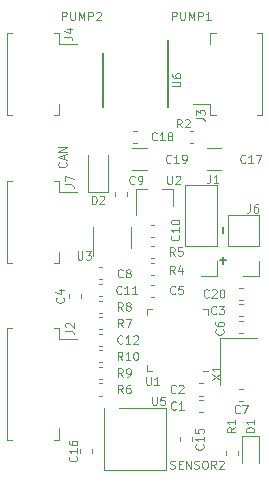
<source format=gto>
G04 #@! TF.GenerationSoftware,KiCad,Pcbnew,(5.1.4-0-10_14)*
G04 #@! TF.CreationDate,2020-03-01T16:52:25+01:00*
G04 #@! TF.ProjectId,actuator-board,61637475-6174-46f7-922d-626f6172642e,A.1*
G04 #@! TF.SameCoordinates,Original*
G04 #@! TF.FileFunction,Legend,Top*
G04 #@! TF.FilePolarity,Positive*
%FSLAX46Y46*%
G04 Gerber Fmt 4.6, Leading zero omitted, Abs format (unit mm)*
G04 Created by KiCad (PCBNEW (5.1.4-0-10_14)) date 2020-03-01 16:52:25*
%MOMM*%
%LPD*%
G04 APERTURE LIST*
%ADD10C,0.110000*%
%ADD11C,0.150000*%
%ADD12C,0.120000*%
G04 APERTURE END LIST*
D10*
X62004833Y-99383333D02*
X62104833Y-99416666D01*
X62271500Y-99416666D01*
X62338166Y-99383333D01*
X62371500Y-99350000D01*
X62404833Y-99283333D01*
X62404833Y-99216666D01*
X62371500Y-99150000D01*
X62338166Y-99116666D01*
X62271500Y-99083333D01*
X62138166Y-99050000D01*
X62071500Y-99016666D01*
X62038166Y-98983333D01*
X62004833Y-98916666D01*
X62004833Y-98850000D01*
X62038166Y-98783333D01*
X62071500Y-98750000D01*
X62138166Y-98716666D01*
X62304833Y-98716666D01*
X62404833Y-98750000D01*
X62704833Y-99050000D02*
X62938166Y-99050000D01*
X63038166Y-99416666D02*
X62704833Y-99416666D01*
X62704833Y-98716666D01*
X63038166Y-98716666D01*
X63338166Y-99416666D02*
X63338166Y-98716666D01*
X63738166Y-99416666D01*
X63738166Y-98716666D01*
X64038166Y-99383333D02*
X64138166Y-99416666D01*
X64304833Y-99416666D01*
X64371500Y-99383333D01*
X64404833Y-99350000D01*
X64438166Y-99283333D01*
X64438166Y-99216666D01*
X64404833Y-99150000D01*
X64371500Y-99116666D01*
X64304833Y-99083333D01*
X64171500Y-99050000D01*
X64104833Y-99016666D01*
X64071500Y-98983333D01*
X64038166Y-98916666D01*
X64038166Y-98850000D01*
X64071500Y-98783333D01*
X64104833Y-98750000D01*
X64171500Y-98716666D01*
X64338166Y-98716666D01*
X64438166Y-98750000D01*
X64871500Y-98716666D02*
X65004833Y-98716666D01*
X65071500Y-98750000D01*
X65138166Y-98816666D01*
X65171500Y-98950000D01*
X65171500Y-99183333D01*
X65138166Y-99316666D01*
X65071500Y-99383333D01*
X65004833Y-99416666D01*
X64871500Y-99416666D01*
X64804833Y-99383333D01*
X64738166Y-99316666D01*
X64704833Y-99183333D01*
X64704833Y-98950000D01*
X64738166Y-98816666D01*
X64804833Y-98750000D01*
X64871500Y-98716666D01*
X65871500Y-99416666D02*
X65638166Y-99083333D01*
X65471500Y-99416666D02*
X65471500Y-98716666D01*
X65738166Y-98716666D01*
X65804833Y-98750000D01*
X65838166Y-98783333D01*
X65871500Y-98850000D01*
X65871500Y-98950000D01*
X65838166Y-99016666D01*
X65804833Y-99050000D01*
X65738166Y-99083333D01*
X65471500Y-99083333D01*
X66138166Y-98783333D02*
X66171500Y-98750000D01*
X66238166Y-98716666D01*
X66404833Y-98716666D01*
X66471500Y-98750000D01*
X66504833Y-98783333D01*
X66538166Y-98850000D01*
X66538166Y-98916666D01*
X66504833Y-99016666D01*
X66104833Y-99416666D01*
X66538166Y-99416666D01*
X62138166Y-61416666D02*
X62138166Y-60716666D01*
X62404833Y-60716666D01*
X62471500Y-60750000D01*
X62504833Y-60783333D01*
X62538166Y-60850000D01*
X62538166Y-60950000D01*
X62504833Y-61016666D01*
X62471500Y-61050000D01*
X62404833Y-61083333D01*
X62138166Y-61083333D01*
X62838166Y-60716666D02*
X62838166Y-61283333D01*
X62871500Y-61350000D01*
X62904833Y-61383333D01*
X62971500Y-61416666D01*
X63104833Y-61416666D01*
X63171500Y-61383333D01*
X63204833Y-61350000D01*
X63238166Y-61283333D01*
X63238166Y-60716666D01*
X63571500Y-61416666D02*
X63571500Y-60716666D01*
X63804833Y-61216666D01*
X64038166Y-60716666D01*
X64038166Y-61416666D01*
X64371500Y-61416666D02*
X64371500Y-60716666D01*
X64638166Y-60716666D01*
X64704833Y-60750000D01*
X64738166Y-60783333D01*
X64771500Y-60850000D01*
X64771500Y-60950000D01*
X64738166Y-61016666D01*
X64704833Y-61050000D01*
X64638166Y-61083333D01*
X64371500Y-61083333D01*
X65438166Y-61416666D02*
X65038166Y-61416666D01*
X65238166Y-61416666D02*
X65238166Y-60716666D01*
X65171500Y-60816666D01*
X65104833Y-60883333D01*
X65038166Y-60916666D01*
X52838166Y-61416666D02*
X52838166Y-60716666D01*
X53104833Y-60716666D01*
X53171500Y-60750000D01*
X53204833Y-60783333D01*
X53238166Y-60850000D01*
X53238166Y-60950000D01*
X53204833Y-61016666D01*
X53171500Y-61050000D01*
X53104833Y-61083333D01*
X52838166Y-61083333D01*
X53538166Y-60716666D02*
X53538166Y-61283333D01*
X53571500Y-61350000D01*
X53604833Y-61383333D01*
X53671500Y-61416666D01*
X53804833Y-61416666D01*
X53871500Y-61383333D01*
X53904833Y-61350000D01*
X53938166Y-61283333D01*
X53938166Y-60716666D01*
X54271500Y-61416666D02*
X54271500Y-60716666D01*
X54504833Y-61216666D01*
X54738166Y-60716666D01*
X54738166Y-61416666D01*
X55071500Y-61416666D02*
X55071500Y-60716666D01*
X55338166Y-60716666D01*
X55404833Y-60750000D01*
X55438166Y-60783333D01*
X55471500Y-60850000D01*
X55471500Y-60950000D01*
X55438166Y-61016666D01*
X55404833Y-61050000D01*
X55338166Y-61083333D01*
X55071500Y-61083333D01*
X55738166Y-60783333D02*
X55771500Y-60750000D01*
X55838166Y-60716666D01*
X56004833Y-60716666D01*
X56071500Y-60750000D01*
X56104833Y-60783333D01*
X56138166Y-60850000D01*
X56138166Y-60916666D01*
X56104833Y-61016666D01*
X55704833Y-61416666D01*
X56138166Y-61416666D01*
X53150000Y-73461833D02*
X53183333Y-73495166D01*
X53216666Y-73595166D01*
X53216666Y-73661833D01*
X53183333Y-73761833D01*
X53116666Y-73828500D01*
X53050000Y-73861833D01*
X52916666Y-73895166D01*
X52816666Y-73895166D01*
X52683333Y-73861833D01*
X52616666Y-73828500D01*
X52550000Y-73761833D01*
X52516666Y-73661833D01*
X52516666Y-73595166D01*
X52550000Y-73495166D01*
X52583333Y-73461833D01*
X53016666Y-73195166D02*
X53016666Y-72861833D01*
X53216666Y-73261833D02*
X52516666Y-73028500D01*
X53216666Y-72795166D01*
X53216666Y-72561833D02*
X52516666Y-72561833D01*
X53216666Y-72161833D01*
X52516666Y-72161833D01*
D11*
X66450000Y-79435833D02*
X66450000Y-78902500D01*
X66450000Y-82035833D02*
X66450000Y-81502500D01*
X66716666Y-81769166D02*
X66183333Y-81769166D01*
D12*
X52160000Y-87465000D02*
X52610000Y-87465000D01*
X52610000Y-87465000D02*
X52610000Y-88415000D01*
X52610000Y-88415000D02*
X54100000Y-88415000D01*
X52160000Y-96935000D02*
X52610000Y-96935000D01*
X52610000Y-96935000D02*
X52610000Y-95985000D01*
X48640000Y-87465000D02*
X48190000Y-87465000D01*
X48190000Y-87465000D02*
X48190000Y-96935000D01*
X48190000Y-96935000D02*
X48640000Y-96935000D01*
X64762779Y-94610000D02*
X64437221Y-94610000D01*
X64762779Y-93590000D02*
X64437221Y-93590000D01*
X58360000Y-75987221D02*
X58360000Y-76312779D01*
X57340000Y-75987221D02*
X57340000Y-76312779D01*
X60662779Y-79810000D02*
X60337221Y-79810000D01*
X60662779Y-78790000D02*
X60337221Y-78790000D01*
X56262779Y-83790000D02*
X55937221Y-83790000D01*
X56262779Y-84810000D02*
X55937221Y-84810000D01*
X56262779Y-89010000D02*
X55937221Y-89010000D01*
X56262779Y-87990000D02*
X55937221Y-87990000D01*
X62790000Y-96737221D02*
X62790000Y-97062779D01*
X63810000Y-96737221D02*
X63810000Y-97062779D01*
X54390000Y-98075279D02*
X54390000Y-97749721D01*
X55410000Y-98075279D02*
X55410000Y-97749721D01*
X65097936Y-72290000D02*
X66302064Y-72290000D01*
X65097936Y-74110000D02*
X66302064Y-74110000D01*
X58837221Y-71810000D02*
X59162779Y-71810000D01*
X58837221Y-70790000D02*
X59162779Y-70790000D01*
X69530000Y-77930000D02*
X66870000Y-77930000D01*
X69530000Y-80530000D02*
X69530000Y-77930000D01*
X66870000Y-80530000D02*
X66870000Y-77930000D01*
X69530000Y-80530000D02*
X66870000Y-80530000D01*
X69530000Y-81800000D02*
X69530000Y-83130000D01*
X69530000Y-83130000D02*
X68200000Y-83130000D01*
X69535000Y-98900000D02*
X69535000Y-96615000D01*
X69535000Y-96615000D02*
X68065000Y-96615000D01*
X68065000Y-96615000D02*
X68065000Y-98900000D01*
X55000000Y-76000000D02*
X56700000Y-76000000D01*
X56700000Y-76000000D02*
X56700000Y-72850000D01*
X55000000Y-76000000D02*
X55000000Y-72850000D01*
X66690000Y-97937221D02*
X66690000Y-98262779D01*
X67710000Y-97937221D02*
X67710000Y-98262779D01*
X63637221Y-70790000D02*
X63962779Y-70790000D01*
X63637221Y-71810000D02*
X63962779Y-71810000D01*
X60662779Y-83010000D02*
X60337221Y-83010000D01*
X60662779Y-81990000D02*
X60337221Y-81990000D01*
X60662779Y-80540000D02*
X60337221Y-80540000D01*
X60662779Y-81560000D02*
X60337221Y-81560000D01*
X55937221Y-92190000D02*
X56262779Y-92190000D01*
X55937221Y-93210000D02*
X56262779Y-93210000D01*
X55937221Y-86590000D02*
X56262779Y-86590000D01*
X55937221Y-87610000D02*
X56262779Y-87610000D01*
X56262779Y-85190000D02*
X55937221Y-85190000D01*
X56262779Y-86210000D02*
X55937221Y-86210000D01*
X55937221Y-90790000D02*
X56262779Y-90790000D01*
X55937221Y-91810000D02*
X56262779Y-91810000D01*
X56262779Y-89390000D02*
X55937221Y-89390000D01*
X56262779Y-90410000D02*
X55937221Y-90410000D01*
X60465000Y-91110000D02*
X59990000Y-91110000D01*
X59990000Y-91110000D02*
X59990000Y-90635000D01*
X64735000Y-85890000D02*
X65210000Y-85890000D01*
X65210000Y-85890000D02*
X65210000Y-86365000D01*
X60465000Y-85890000D02*
X59990000Y-85890000D01*
X59990000Y-85890000D02*
X59990000Y-86365000D01*
X64735000Y-91110000D02*
X65210000Y-91110000D01*
X69375000Y-88300000D02*
X66225000Y-88300000D01*
X66225000Y-88300000D02*
X66225000Y-92300000D01*
X64762779Y-93210000D02*
X64437221Y-93210000D01*
X64762779Y-92190000D02*
X64437221Y-92190000D01*
X67837221Y-86510000D02*
X68162779Y-86510000D01*
X67837221Y-85490000D02*
X68162779Y-85490000D01*
X54410000Y-84962779D02*
X54410000Y-84637221D01*
X53390000Y-84962779D02*
X53390000Y-84637221D01*
X60337221Y-83815000D02*
X60662779Y-83815000D01*
X60337221Y-84835000D02*
X60662779Y-84835000D01*
X67812221Y-86890000D02*
X68137779Y-86890000D01*
X67812221Y-87910000D02*
X68137779Y-87910000D01*
X68137779Y-92690000D02*
X67812221Y-92690000D01*
X68137779Y-93710000D02*
X67812221Y-93710000D01*
X56262779Y-83360000D02*
X55937221Y-83360000D01*
X56262779Y-82340000D02*
X55937221Y-82340000D01*
X65840000Y-69485000D02*
X65390000Y-69485000D01*
X65390000Y-69485000D02*
X65390000Y-68535000D01*
X65390000Y-68535000D02*
X63900000Y-68535000D01*
X65840000Y-62515000D02*
X65390000Y-62515000D01*
X65390000Y-62515000D02*
X65390000Y-63465000D01*
X69360000Y-69485000D02*
X69810000Y-69485000D01*
X69810000Y-69485000D02*
X69810000Y-62515000D01*
X69810000Y-62515000D02*
X69360000Y-62515000D01*
X48190000Y-69485000D02*
X48640000Y-69485000D01*
X48190000Y-62515000D02*
X48190000Y-69485000D01*
X48640000Y-62515000D02*
X48190000Y-62515000D01*
X52610000Y-69485000D02*
X52610000Y-68535000D01*
X52160000Y-69485000D02*
X52610000Y-69485000D01*
X52610000Y-63465000D02*
X54100000Y-63465000D01*
X52610000Y-62515000D02*
X52610000Y-63465000D01*
X52160000Y-62515000D02*
X52610000Y-62515000D01*
X65930000Y-75390000D02*
X63270000Y-75390000D01*
X65930000Y-80530000D02*
X65930000Y-75390000D01*
X63270000Y-80530000D02*
X63270000Y-75390000D01*
X65930000Y-80530000D02*
X63270000Y-80530000D01*
X65930000Y-81800000D02*
X65930000Y-83130000D01*
X65930000Y-83130000D02*
X64600000Y-83130000D01*
X58797936Y-72290000D02*
X60002064Y-72290000D01*
X58797936Y-74110000D02*
X60002064Y-74110000D01*
X48190000Y-81985000D02*
X48640000Y-81985000D01*
X48190000Y-75015000D02*
X48190000Y-81985000D01*
X48640000Y-75015000D02*
X48190000Y-75015000D01*
X52610000Y-81985000D02*
X52610000Y-81035000D01*
X52160000Y-81985000D02*
X52610000Y-81985000D01*
X52610000Y-75965000D02*
X54100000Y-75965000D01*
X52610000Y-75015000D02*
X52610000Y-75965000D01*
X52160000Y-75015000D02*
X52610000Y-75015000D01*
X61600000Y-99500000D02*
X56400000Y-99500000D01*
X56400000Y-99500000D02*
X56400000Y-94300000D01*
X57700000Y-94300000D02*
X61600000Y-94300000D01*
X61600000Y-99500000D02*
X61600000Y-94300000D01*
X58710000Y-80750000D02*
X58710000Y-78950000D01*
X55490000Y-78950000D02*
X55490000Y-81400000D01*
X62230000Y-75740000D02*
X61300000Y-75740000D01*
X59070000Y-75740000D02*
X60000000Y-75740000D01*
X59070000Y-75740000D02*
X59070000Y-77900000D01*
X62230000Y-75740000D02*
X62230000Y-77200000D01*
X67837221Y-84090000D02*
X68162779Y-84090000D01*
X67837221Y-85110000D02*
X68162779Y-85110000D01*
D11*
X56275000Y-64250000D02*
X56275000Y-68750000D01*
X61825000Y-63125000D02*
X61825000Y-68750000D01*
D10*
X53116666Y-87733333D02*
X53616666Y-87733333D01*
X53716666Y-87766666D01*
X53783333Y-87833333D01*
X53816666Y-87933333D01*
X53816666Y-88000000D01*
X53183333Y-87433333D02*
X53150000Y-87400000D01*
X53116666Y-87333333D01*
X53116666Y-87166666D01*
X53150000Y-87100000D01*
X53183333Y-87066666D01*
X53250000Y-87033333D01*
X53316666Y-87033333D01*
X53416666Y-87066666D01*
X53816666Y-87466666D01*
X53816666Y-87033333D01*
X62483333Y-94350000D02*
X62450000Y-94383333D01*
X62350000Y-94416666D01*
X62283333Y-94416666D01*
X62183333Y-94383333D01*
X62116666Y-94316666D01*
X62083333Y-94250000D01*
X62050000Y-94116666D01*
X62050000Y-94016666D01*
X62083333Y-93883333D01*
X62116666Y-93816666D01*
X62183333Y-93750000D01*
X62283333Y-93716666D01*
X62350000Y-93716666D01*
X62450000Y-93750000D01*
X62483333Y-93783333D01*
X63150000Y-94416666D02*
X62750000Y-94416666D01*
X62950000Y-94416666D02*
X62950000Y-93716666D01*
X62883333Y-93816666D01*
X62816666Y-93883333D01*
X62750000Y-93916666D01*
X58983333Y-75250000D02*
X58950000Y-75283333D01*
X58850000Y-75316666D01*
X58783333Y-75316666D01*
X58683333Y-75283333D01*
X58616666Y-75216666D01*
X58583333Y-75150000D01*
X58550000Y-75016666D01*
X58550000Y-74916666D01*
X58583333Y-74783333D01*
X58616666Y-74716666D01*
X58683333Y-74650000D01*
X58783333Y-74616666D01*
X58850000Y-74616666D01*
X58950000Y-74650000D01*
X58983333Y-74683333D01*
X59316666Y-75316666D02*
X59450000Y-75316666D01*
X59516666Y-75283333D01*
X59550000Y-75250000D01*
X59616666Y-75150000D01*
X59650000Y-75016666D01*
X59650000Y-74750000D01*
X59616666Y-74683333D01*
X59583333Y-74650000D01*
X59516666Y-74616666D01*
X59383333Y-74616666D01*
X59316666Y-74650000D01*
X59283333Y-74683333D01*
X59250000Y-74750000D01*
X59250000Y-74916666D01*
X59283333Y-74983333D01*
X59316666Y-75016666D01*
X59383333Y-75050000D01*
X59516666Y-75050000D01*
X59583333Y-75016666D01*
X59616666Y-74983333D01*
X59650000Y-74916666D01*
X62700000Y-79650000D02*
X62733333Y-79683333D01*
X62766666Y-79783333D01*
X62766666Y-79850000D01*
X62733333Y-79950000D01*
X62666666Y-80016666D01*
X62600000Y-80050000D01*
X62466666Y-80083333D01*
X62366666Y-80083333D01*
X62233333Y-80050000D01*
X62166666Y-80016666D01*
X62100000Y-79950000D01*
X62066666Y-79850000D01*
X62066666Y-79783333D01*
X62100000Y-79683333D01*
X62133333Y-79650000D01*
X62766666Y-78983333D02*
X62766666Y-79383333D01*
X62766666Y-79183333D02*
X62066666Y-79183333D01*
X62166666Y-79250000D01*
X62233333Y-79316666D01*
X62266666Y-79383333D01*
X62066666Y-78550000D02*
X62066666Y-78483333D01*
X62100000Y-78416666D01*
X62133333Y-78383333D01*
X62200000Y-78350000D01*
X62333333Y-78316666D01*
X62500000Y-78316666D01*
X62633333Y-78350000D01*
X62700000Y-78383333D01*
X62733333Y-78416666D01*
X62766666Y-78483333D01*
X62766666Y-78550000D01*
X62733333Y-78616666D01*
X62700000Y-78650000D01*
X62633333Y-78683333D01*
X62500000Y-78716666D01*
X62333333Y-78716666D01*
X62200000Y-78683333D01*
X62133333Y-78650000D01*
X62100000Y-78616666D01*
X62066666Y-78550000D01*
X57850000Y-84550000D02*
X57816666Y-84583333D01*
X57716666Y-84616666D01*
X57650000Y-84616666D01*
X57550000Y-84583333D01*
X57483333Y-84516666D01*
X57450000Y-84450000D01*
X57416666Y-84316666D01*
X57416666Y-84216666D01*
X57450000Y-84083333D01*
X57483333Y-84016666D01*
X57550000Y-83950000D01*
X57650000Y-83916666D01*
X57716666Y-83916666D01*
X57816666Y-83950000D01*
X57850000Y-83983333D01*
X58516666Y-84616666D02*
X58116666Y-84616666D01*
X58316666Y-84616666D02*
X58316666Y-83916666D01*
X58250000Y-84016666D01*
X58183333Y-84083333D01*
X58116666Y-84116666D01*
X59183333Y-84616666D02*
X58783333Y-84616666D01*
X58983333Y-84616666D02*
X58983333Y-83916666D01*
X58916666Y-84016666D01*
X58850000Y-84083333D01*
X58783333Y-84116666D01*
X57950000Y-88750000D02*
X57916666Y-88783333D01*
X57816666Y-88816666D01*
X57750000Y-88816666D01*
X57650000Y-88783333D01*
X57583333Y-88716666D01*
X57550000Y-88650000D01*
X57516666Y-88516666D01*
X57516666Y-88416666D01*
X57550000Y-88283333D01*
X57583333Y-88216666D01*
X57650000Y-88150000D01*
X57750000Y-88116666D01*
X57816666Y-88116666D01*
X57916666Y-88150000D01*
X57950000Y-88183333D01*
X58616666Y-88816666D02*
X58216666Y-88816666D01*
X58416666Y-88816666D02*
X58416666Y-88116666D01*
X58350000Y-88216666D01*
X58283333Y-88283333D01*
X58216666Y-88316666D01*
X58883333Y-88183333D02*
X58916666Y-88150000D01*
X58983333Y-88116666D01*
X59150000Y-88116666D01*
X59216666Y-88150000D01*
X59250000Y-88183333D01*
X59283333Y-88250000D01*
X59283333Y-88316666D01*
X59250000Y-88416666D01*
X58850000Y-88816666D01*
X59283333Y-88816666D01*
X64750000Y-97350000D02*
X64783333Y-97383333D01*
X64816666Y-97483333D01*
X64816666Y-97550000D01*
X64783333Y-97650000D01*
X64716666Y-97716666D01*
X64650000Y-97750000D01*
X64516666Y-97783333D01*
X64416666Y-97783333D01*
X64283333Y-97750000D01*
X64216666Y-97716666D01*
X64150000Y-97650000D01*
X64116666Y-97550000D01*
X64116666Y-97483333D01*
X64150000Y-97383333D01*
X64183333Y-97350000D01*
X64816666Y-96683333D02*
X64816666Y-97083333D01*
X64816666Y-96883333D02*
X64116666Y-96883333D01*
X64216666Y-96950000D01*
X64283333Y-97016666D01*
X64316666Y-97083333D01*
X64116666Y-96050000D02*
X64116666Y-96383333D01*
X64450000Y-96416666D01*
X64416666Y-96383333D01*
X64383333Y-96316666D01*
X64383333Y-96150000D01*
X64416666Y-96083333D01*
X64450000Y-96050000D01*
X64516666Y-96016666D01*
X64683333Y-96016666D01*
X64750000Y-96050000D01*
X64783333Y-96083333D01*
X64816666Y-96150000D01*
X64816666Y-96316666D01*
X64783333Y-96383333D01*
X64750000Y-96416666D01*
X54050000Y-98362500D02*
X54083333Y-98395833D01*
X54116666Y-98495833D01*
X54116666Y-98562500D01*
X54083333Y-98662500D01*
X54016666Y-98729166D01*
X53950000Y-98762500D01*
X53816666Y-98795833D01*
X53716666Y-98795833D01*
X53583333Y-98762500D01*
X53516666Y-98729166D01*
X53450000Y-98662500D01*
X53416666Y-98562500D01*
X53416666Y-98495833D01*
X53450000Y-98395833D01*
X53483333Y-98362500D01*
X54116666Y-97695833D02*
X54116666Y-98095833D01*
X54116666Y-97895833D02*
X53416666Y-97895833D01*
X53516666Y-97962500D01*
X53583333Y-98029166D01*
X53616666Y-98095833D01*
X53416666Y-97095833D02*
X53416666Y-97229166D01*
X53450000Y-97295833D01*
X53483333Y-97329166D01*
X53583333Y-97395833D01*
X53716666Y-97429166D01*
X53983333Y-97429166D01*
X54050000Y-97395833D01*
X54083333Y-97362500D01*
X54116666Y-97295833D01*
X54116666Y-97162500D01*
X54083333Y-97095833D01*
X54050000Y-97062500D01*
X53983333Y-97029166D01*
X53816666Y-97029166D01*
X53750000Y-97062500D01*
X53716666Y-97095833D01*
X53683333Y-97162500D01*
X53683333Y-97295833D01*
X53716666Y-97362500D01*
X53750000Y-97395833D01*
X53816666Y-97429166D01*
X68350000Y-73450000D02*
X68316666Y-73483333D01*
X68216666Y-73516666D01*
X68150000Y-73516666D01*
X68050000Y-73483333D01*
X67983333Y-73416666D01*
X67950000Y-73350000D01*
X67916666Y-73216666D01*
X67916666Y-73116666D01*
X67950000Y-72983333D01*
X67983333Y-72916666D01*
X68050000Y-72850000D01*
X68150000Y-72816666D01*
X68216666Y-72816666D01*
X68316666Y-72850000D01*
X68350000Y-72883333D01*
X69016666Y-73516666D02*
X68616666Y-73516666D01*
X68816666Y-73516666D02*
X68816666Y-72816666D01*
X68750000Y-72916666D01*
X68683333Y-72983333D01*
X68616666Y-73016666D01*
X69250000Y-72816666D02*
X69716666Y-72816666D01*
X69416666Y-73516666D01*
X60850000Y-71550000D02*
X60816666Y-71583333D01*
X60716666Y-71616666D01*
X60650000Y-71616666D01*
X60550000Y-71583333D01*
X60483333Y-71516666D01*
X60450000Y-71450000D01*
X60416666Y-71316666D01*
X60416666Y-71216666D01*
X60450000Y-71083333D01*
X60483333Y-71016666D01*
X60550000Y-70950000D01*
X60650000Y-70916666D01*
X60716666Y-70916666D01*
X60816666Y-70950000D01*
X60850000Y-70983333D01*
X61516666Y-71616666D02*
X61116666Y-71616666D01*
X61316666Y-71616666D02*
X61316666Y-70916666D01*
X61250000Y-71016666D01*
X61183333Y-71083333D01*
X61116666Y-71116666D01*
X61916666Y-71216666D02*
X61850000Y-71183333D01*
X61816666Y-71150000D01*
X61783333Y-71083333D01*
X61783333Y-71050000D01*
X61816666Y-70983333D01*
X61850000Y-70950000D01*
X61916666Y-70916666D01*
X62050000Y-70916666D01*
X62116666Y-70950000D01*
X62150000Y-70983333D01*
X62183333Y-71050000D01*
X62183333Y-71083333D01*
X62150000Y-71150000D01*
X62116666Y-71183333D01*
X62050000Y-71216666D01*
X61916666Y-71216666D01*
X61850000Y-71250000D01*
X61816666Y-71283333D01*
X61783333Y-71350000D01*
X61783333Y-71483333D01*
X61816666Y-71550000D01*
X61850000Y-71583333D01*
X61916666Y-71616666D01*
X62050000Y-71616666D01*
X62116666Y-71583333D01*
X62150000Y-71550000D01*
X62183333Y-71483333D01*
X62183333Y-71350000D01*
X62150000Y-71283333D01*
X62116666Y-71250000D01*
X62050000Y-71216666D01*
X68766666Y-77016666D02*
X68766666Y-77516666D01*
X68733333Y-77616666D01*
X68666666Y-77683333D01*
X68566666Y-77716666D01*
X68500000Y-77716666D01*
X69400000Y-77016666D02*
X69266666Y-77016666D01*
X69200000Y-77050000D01*
X69166666Y-77083333D01*
X69100000Y-77183333D01*
X69066666Y-77316666D01*
X69066666Y-77583333D01*
X69100000Y-77650000D01*
X69133333Y-77683333D01*
X69200000Y-77716666D01*
X69333333Y-77716666D01*
X69400000Y-77683333D01*
X69433333Y-77650000D01*
X69466666Y-77583333D01*
X69466666Y-77416666D01*
X69433333Y-77350000D01*
X69400000Y-77316666D01*
X69333333Y-77283333D01*
X69200000Y-77283333D01*
X69133333Y-77316666D01*
X69100000Y-77350000D01*
X69066666Y-77416666D01*
X69116666Y-96316666D02*
X68416666Y-96316666D01*
X68416666Y-96150000D01*
X68450000Y-96050000D01*
X68516666Y-95983333D01*
X68583333Y-95950000D01*
X68716666Y-95916666D01*
X68816666Y-95916666D01*
X68950000Y-95950000D01*
X69016666Y-95983333D01*
X69083333Y-96050000D01*
X69116666Y-96150000D01*
X69116666Y-96316666D01*
X69116666Y-95250000D02*
X69116666Y-95650000D01*
X69116666Y-95450000D02*
X68416666Y-95450000D01*
X68516666Y-95516666D01*
X68583333Y-95583333D01*
X68616666Y-95650000D01*
X55358333Y-76991666D02*
X55358333Y-76291666D01*
X55525000Y-76291666D01*
X55625000Y-76325000D01*
X55691666Y-76391666D01*
X55725000Y-76458333D01*
X55758333Y-76591666D01*
X55758333Y-76691666D01*
X55725000Y-76825000D01*
X55691666Y-76891666D01*
X55625000Y-76958333D01*
X55525000Y-76991666D01*
X55358333Y-76991666D01*
X56025000Y-76358333D02*
X56058333Y-76325000D01*
X56125000Y-76291666D01*
X56291666Y-76291666D01*
X56358333Y-76325000D01*
X56391666Y-76358333D01*
X56425000Y-76425000D01*
X56425000Y-76491666D01*
X56391666Y-76591666D01*
X55991666Y-76991666D01*
X56425000Y-76991666D01*
X67516666Y-95916666D02*
X67183333Y-96150000D01*
X67516666Y-96316666D02*
X66816666Y-96316666D01*
X66816666Y-96050000D01*
X66850000Y-95983333D01*
X66883333Y-95950000D01*
X66950000Y-95916666D01*
X67050000Y-95916666D01*
X67116666Y-95950000D01*
X67150000Y-95983333D01*
X67183333Y-96050000D01*
X67183333Y-96316666D01*
X67516666Y-95250000D02*
X67516666Y-95650000D01*
X67516666Y-95450000D02*
X66816666Y-95450000D01*
X66916666Y-95516666D01*
X66983333Y-95583333D01*
X67016666Y-95650000D01*
X62983333Y-70516666D02*
X62750000Y-70183333D01*
X62583333Y-70516666D02*
X62583333Y-69816666D01*
X62850000Y-69816666D01*
X62916666Y-69850000D01*
X62950000Y-69883333D01*
X62983333Y-69950000D01*
X62983333Y-70050000D01*
X62950000Y-70116666D01*
X62916666Y-70150000D01*
X62850000Y-70183333D01*
X62583333Y-70183333D01*
X63250000Y-69883333D02*
X63283333Y-69850000D01*
X63350000Y-69816666D01*
X63516666Y-69816666D01*
X63583333Y-69850000D01*
X63616666Y-69883333D01*
X63650000Y-69950000D01*
X63650000Y-70016666D01*
X63616666Y-70116666D01*
X63216666Y-70516666D01*
X63650000Y-70516666D01*
X62383333Y-82916666D02*
X62150000Y-82583333D01*
X61983333Y-82916666D02*
X61983333Y-82216666D01*
X62250000Y-82216666D01*
X62316666Y-82250000D01*
X62350000Y-82283333D01*
X62383333Y-82350000D01*
X62383333Y-82450000D01*
X62350000Y-82516666D01*
X62316666Y-82550000D01*
X62250000Y-82583333D01*
X61983333Y-82583333D01*
X62983333Y-82450000D02*
X62983333Y-82916666D01*
X62816666Y-82183333D02*
X62650000Y-82683333D01*
X63083333Y-82683333D01*
X62383333Y-81366666D02*
X62150000Y-81033333D01*
X61983333Y-81366666D02*
X61983333Y-80666666D01*
X62250000Y-80666666D01*
X62316666Y-80700000D01*
X62350000Y-80733333D01*
X62383333Y-80800000D01*
X62383333Y-80900000D01*
X62350000Y-80966666D01*
X62316666Y-81000000D01*
X62250000Y-81033333D01*
X61983333Y-81033333D01*
X63016666Y-80666666D02*
X62683333Y-80666666D01*
X62650000Y-81000000D01*
X62683333Y-80966666D01*
X62750000Y-80933333D01*
X62916666Y-80933333D01*
X62983333Y-80966666D01*
X63016666Y-81000000D01*
X63050000Y-81066666D01*
X63050000Y-81233333D01*
X63016666Y-81300000D01*
X62983333Y-81333333D01*
X62916666Y-81366666D01*
X62750000Y-81366666D01*
X62683333Y-81333333D01*
X62650000Y-81300000D01*
X57983333Y-93016666D02*
X57750000Y-92683333D01*
X57583333Y-93016666D02*
X57583333Y-92316666D01*
X57850000Y-92316666D01*
X57916666Y-92350000D01*
X57950000Y-92383333D01*
X57983333Y-92450000D01*
X57983333Y-92550000D01*
X57950000Y-92616666D01*
X57916666Y-92650000D01*
X57850000Y-92683333D01*
X57583333Y-92683333D01*
X58583333Y-92316666D02*
X58450000Y-92316666D01*
X58383333Y-92350000D01*
X58350000Y-92383333D01*
X58283333Y-92483333D01*
X58250000Y-92616666D01*
X58250000Y-92883333D01*
X58283333Y-92950000D01*
X58316666Y-92983333D01*
X58383333Y-93016666D01*
X58516666Y-93016666D01*
X58583333Y-92983333D01*
X58616666Y-92950000D01*
X58650000Y-92883333D01*
X58650000Y-92716666D01*
X58616666Y-92650000D01*
X58583333Y-92616666D01*
X58516666Y-92583333D01*
X58383333Y-92583333D01*
X58316666Y-92616666D01*
X58283333Y-92650000D01*
X58250000Y-92716666D01*
X57983333Y-87416666D02*
X57750000Y-87083333D01*
X57583333Y-87416666D02*
X57583333Y-86716666D01*
X57850000Y-86716666D01*
X57916666Y-86750000D01*
X57950000Y-86783333D01*
X57983333Y-86850000D01*
X57983333Y-86950000D01*
X57950000Y-87016666D01*
X57916666Y-87050000D01*
X57850000Y-87083333D01*
X57583333Y-87083333D01*
X58216666Y-86716666D02*
X58683333Y-86716666D01*
X58383333Y-87416666D01*
X57983333Y-86016666D02*
X57750000Y-85683333D01*
X57583333Y-86016666D02*
X57583333Y-85316666D01*
X57850000Y-85316666D01*
X57916666Y-85350000D01*
X57950000Y-85383333D01*
X57983333Y-85450000D01*
X57983333Y-85550000D01*
X57950000Y-85616666D01*
X57916666Y-85650000D01*
X57850000Y-85683333D01*
X57583333Y-85683333D01*
X58383333Y-85616666D02*
X58316666Y-85583333D01*
X58283333Y-85550000D01*
X58250000Y-85483333D01*
X58250000Y-85450000D01*
X58283333Y-85383333D01*
X58316666Y-85350000D01*
X58383333Y-85316666D01*
X58516666Y-85316666D01*
X58583333Y-85350000D01*
X58616666Y-85383333D01*
X58650000Y-85450000D01*
X58650000Y-85483333D01*
X58616666Y-85550000D01*
X58583333Y-85583333D01*
X58516666Y-85616666D01*
X58383333Y-85616666D01*
X58316666Y-85650000D01*
X58283333Y-85683333D01*
X58250000Y-85750000D01*
X58250000Y-85883333D01*
X58283333Y-85950000D01*
X58316666Y-85983333D01*
X58383333Y-86016666D01*
X58516666Y-86016666D01*
X58583333Y-85983333D01*
X58616666Y-85950000D01*
X58650000Y-85883333D01*
X58650000Y-85750000D01*
X58616666Y-85683333D01*
X58583333Y-85650000D01*
X58516666Y-85616666D01*
X57983333Y-91616666D02*
X57750000Y-91283333D01*
X57583333Y-91616666D02*
X57583333Y-90916666D01*
X57850000Y-90916666D01*
X57916666Y-90950000D01*
X57950000Y-90983333D01*
X57983333Y-91050000D01*
X57983333Y-91150000D01*
X57950000Y-91216666D01*
X57916666Y-91250000D01*
X57850000Y-91283333D01*
X57583333Y-91283333D01*
X58316666Y-91616666D02*
X58450000Y-91616666D01*
X58516666Y-91583333D01*
X58550000Y-91550000D01*
X58616666Y-91450000D01*
X58650000Y-91316666D01*
X58650000Y-91050000D01*
X58616666Y-90983333D01*
X58583333Y-90950000D01*
X58516666Y-90916666D01*
X58383333Y-90916666D01*
X58316666Y-90950000D01*
X58283333Y-90983333D01*
X58250000Y-91050000D01*
X58250000Y-91216666D01*
X58283333Y-91283333D01*
X58316666Y-91316666D01*
X58383333Y-91350000D01*
X58516666Y-91350000D01*
X58583333Y-91316666D01*
X58616666Y-91283333D01*
X58650000Y-91216666D01*
X57950000Y-90216666D02*
X57716666Y-89883333D01*
X57550000Y-90216666D02*
X57550000Y-89516666D01*
X57816666Y-89516666D01*
X57883333Y-89550000D01*
X57916666Y-89583333D01*
X57950000Y-89650000D01*
X57950000Y-89750000D01*
X57916666Y-89816666D01*
X57883333Y-89850000D01*
X57816666Y-89883333D01*
X57550000Y-89883333D01*
X58616666Y-90216666D02*
X58216666Y-90216666D01*
X58416666Y-90216666D02*
X58416666Y-89516666D01*
X58350000Y-89616666D01*
X58283333Y-89683333D01*
X58216666Y-89716666D01*
X59050000Y-89516666D02*
X59116666Y-89516666D01*
X59183333Y-89550000D01*
X59216666Y-89583333D01*
X59250000Y-89650000D01*
X59283333Y-89783333D01*
X59283333Y-89950000D01*
X59250000Y-90083333D01*
X59216666Y-90150000D01*
X59183333Y-90183333D01*
X59116666Y-90216666D01*
X59050000Y-90216666D01*
X58983333Y-90183333D01*
X58950000Y-90150000D01*
X58916666Y-90083333D01*
X58883333Y-89950000D01*
X58883333Y-89783333D01*
X58916666Y-89650000D01*
X58950000Y-89583333D01*
X58983333Y-89550000D01*
X59050000Y-89516666D01*
X59966666Y-91616666D02*
X59966666Y-92183333D01*
X60000000Y-92250000D01*
X60033333Y-92283333D01*
X60100000Y-92316666D01*
X60233333Y-92316666D01*
X60300000Y-92283333D01*
X60333333Y-92250000D01*
X60366666Y-92183333D01*
X60366666Y-91616666D01*
X61066666Y-92316666D02*
X60666666Y-92316666D01*
X60866666Y-92316666D02*
X60866666Y-91616666D01*
X60800000Y-91716666D01*
X60733333Y-91783333D01*
X60666666Y-91816666D01*
X65516666Y-91866666D02*
X66216666Y-91400000D01*
X65516666Y-91400000D02*
X66216666Y-91866666D01*
X66216666Y-90766666D02*
X66216666Y-91166666D01*
X66216666Y-90966666D02*
X65516666Y-90966666D01*
X65616666Y-91033333D01*
X65683333Y-91100000D01*
X65716666Y-91166666D01*
X62458333Y-92950000D02*
X62425000Y-92983333D01*
X62325000Y-93016666D01*
X62258333Y-93016666D01*
X62158333Y-92983333D01*
X62091666Y-92916666D01*
X62058333Y-92850000D01*
X62025000Y-92716666D01*
X62025000Y-92616666D01*
X62058333Y-92483333D01*
X62091666Y-92416666D01*
X62158333Y-92350000D01*
X62258333Y-92316666D01*
X62325000Y-92316666D01*
X62425000Y-92350000D01*
X62458333Y-92383333D01*
X62725000Y-92383333D02*
X62758333Y-92350000D01*
X62825000Y-92316666D01*
X62991666Y-92316666D01*
X63058333Y-92350000D01*
X63091666Y-92383333D01*
X63125000Y-92450000D01*
X63125000Y-92516666D01*
X63091666Y-92616666D01*
X62691666Y-93016666D01*
X63125000Y-93016666D01*
X65883333Y-86250000D02*
X65850000Y-86283333D01*
X65750000Y-86316666D01*
X65683333Y-86316666D01*
X65583333Y-86283333D01*
X65516666Y-86216666D01*
X65483333Y-86150000D01*
X65450000Y-86016666D01*
X65450000Y-85916666D01*
X65483333Y-85783333D01*
X65516666Y-85716666D01*
X65583333Y-85650000D01*
X65683333Y-85616666D01*
X65750000Y-85616666D01*
X65850000Y-85650000D01*
X65883333Y-85683333D01*
X66116666Y-85616666D02*
X66550000Y-85616666D01*
X66316666Y-85883333D01*
X66416666Y-85883333D01*
X66483333Y-85916666D01*
X66516666Y-85950000D01*
X66550000Y-86016666D01*
X66550000Y-86183333D01*
X66516666Y-86250000D01*
X66483333Y-86283333D01*
X66416666Y-86316666D01*
X66216666Y-86316666D01*
X66150000Y-86283333D01*
X66116666Y-86250000D01*
X52950000Y-84916666D02*
X52983333Y-84950000D01*
X53016666Y-85050000D01*
X53016666Y-85116666D01*
X52983333Y-85216666D01*
X52916666Y-85283333D01*
X52850000Y-85316666D01*
X52716666Y-85350000D01*
X52616666Y-85350000D01*
X52483333Y-85316666D01*
X52416666Y-85283333D01*
X52350000Y-85216666D01*
X52316666Y-85116666D01*
X52316666Y-85050000D01*
X52350000Y-84950000D01*
X52383333Y-84916666D01*
X52550000Y-84316666D02*
X53016666Y-84316666D01*
X52283333Y-84483333D02*
X52783333Y-84650000D01*
X52783333Y-84216666D01*
X62408333Y-84550000D02*
X62375000Y-84583333D01*
X62275000Y-84616666D01*
X62208333Y-84616666D01*
X62108333Y-84583333D01*
X62041666Y-84516666D01*
X62008333Y-84450000D01*
X61975000Y-84316666D01*
X61975000Y-84216666D01*
X62008333Y-84083333D01*
X62041666Y-84016666D01*
X62108333Y-83950000D01*
X62208333Y-83916666D01*
X62275000Y-83916666D01*
X62375000Y-83950000D01*
X62408333Y-83983333D01*
X63041666Y-83916666D02*
X62708333Y-83916666D01*
X62675000Y-84250000D01*
X62708333Y-84216666D01*
X62775000Y-84183333D01*
X62941666Y-84183333D01*
X63008333Y-84216666D01*
X63041666Y-84250000D01*
X63075000Y-84316666D01*
X63075000Y-84483333D01*
X63041666Y-84550000D01*
X63008333Y-84583333D01*
X62941666Y-84616666D01*
X62775000Y-84616666D01*
X62708333Y-84583333D01*
X62675000Y-84550000D01*
X66450000Y-87616666D02*
X66483333Y-87650000D01*
X66516666Y-87750000D01*
X66516666Y-87816666D01*
X66483333Y-87916666D01*
X66416666Y-87983333D01*
X66350000Y-88016666D01*
X66216666Y-88050000D01*
X66116666Y-88050000D01*
X65983333Y-88016666D01*
X65916666Y-87983333D01*
X65850000Y-87916666D01*
X65816666Y-87816666D01*
X65816666Y-87750000D01*
X65850000Y-87650000D01*
X65883333Y-87616666D01*
X65816666Y-87016666D02*
X65816666Y-87150000D01*
X65850000Y-87216666D01*
X65883333Y-87250000D01*
X65983333Y-87316666D01*
X66116666Y-87350000D01*
X66383333Y-87350000D01*
X66450000Y-87316666D01*
X66483333Y-87283333D01*
X66516666Y-87216666D01*
X66516666Y-87083333D01*
X66483333Y-87016666D01*
X66450000Y-86983333D01*
X66383333Y-86950000D01*
X66216666Y-86950000D01*
X66150000Y-86983333D01*
X66116666Y-87016666D01*
X66083333Y-87083333D01*
X66083333Y-87216666D01*
X66116666Y-87283333D01*
X66150000Y-87316666D01*
X66216666Y-87350000D01*
X67883333Y-94650000D02*
X67850000Y-94683333D01*
X67750000Y-94716666D01*
X67683333Y-94716666D01*
X67583333Y-94683333D01*
X67516666Y-94616666D01*
X67483333Y-94550000D01*
X67450000Y-94416666D01*
X67450000Y-94316666D01*
X67483333Y-94183333D01*
X67516666Y-94116666D01*
X67583333Y-94050000D01*
X67683333Y-94016666D01*
X67750000Y-94016666D01*
X67850000Y-94050000D01*
X67883333Y-94083333D01*
X68116666Y-94016666D02*
X68583333Y-94016666D01*
X68283333Y-94716666D01*
X57983333Y-83150000D02*
X57950000Y-83183333D01*
X57850000Y-83216666D01*
X57783333Y-83216666D01*
X57683333Y-83183333D01*
X57616666Y-83116666D01*
X57583333Y-83050000D01*
X57550000Y-82916666D01*
X57550000Y-82816666D01*
X57583333Y-82683333D01*
X57616666Y-82616666D01*
X57683333Y-82550000D01*
X57783333Y-82516666D01*
X57850000Y-82516666D01*
X57950000Y-82550000D01*
X57983333Y-82583333D01*
X58383333Y-82816666D02*
X58316666Y-82783333D01*
X58283333Y-82750000D01*
X58250000Y-82683333D01*
X58250000Y-82650000D01*
X58283333Y-82583333D01*
X58316666Y-82550000D01*
X58383333Y-82516666D01*
X58516666Y-82516666D01*
X58583333Y-82550000D01*
X58616666Y-82583333D01*
X58650000Y-82650000D01*
X58650000Y-82683333D01*
X58616666Y-82750000D01*
X58583333Y-82783333D01*
X58516666Y-82816666D01*
X58383333Y-82816666D01*
X58316666Y-82850000D01*
X58283333Y-82883333D01*
X58250000Y-82950000D01*
X58250000Y-83083333D01*
X58283333Y-83150000D01*
X58316666Y-83183333D01*
X58383333Y-83216666D01*
X58516666Y-83216666D01*
X58583333Y-83183333D01*
X58616666Y-83150000D01*
X58650000Y-83083333D01*
X58650000Y-82950000D01*
X58616666Y-82883333D01*
X58583333Y-82850000D01*
X58516666Y-82816666D01*
X64216666Y-69733333D02*
X64716666Y-69733333D01*
X64816666Y-69766666D01*
X64883333Y-69833333D01*
X64916666Y-69933333D01*
X64916666Y-70000000D01*
X64216666Y-69466666D02*
X64216666Y-69033333D01*
X64483333Y-69266666D01*
X64483333Y-69166666D01*
X64516666Y-69100000D01*
X64550000Y-69066666D01*
X64616666Y-69033333D01*
X64783333Y-69033333D01*
X64850000Y-69066666D01*
X64883333Y-69100000D01*
X64916666Y-69166666D01*
X64916666Y-69366666D01*
X64883333Y-69433333D01*
X64850000Y-69466666D01*
X53016666Y-62833333D02*
X53516666Y-62833333D01*
X53616666Y-62866666D01*
X53683333Y-62933333D01*
X53716666Y-63033333D01*
X53716666Y-63100000D01*
X53250000Y-62200000D02*
X53716666Y-62200000D01*
X52983333Y-62366666D02*
X53483333Y-62533333D01*
X53483333Y-62100000D01*
X65366666Y-74516666D02*
X65366666Y-75016666D01*
X65333333Y-75116666D01*
X65266666Y-75183333D01*
X65166666Y-75216666D01*
X65100000Y-75216666D01*
X66066666Y-75216666D02*
X65666666Y-75216666D01*
X65866666Y-75216666D02*
X65866666Y-74516666D01*
X65800000Y-74616666D01*
X65733333Y-74683333D01*
X65666666Y-74716666D01*
X62050000Y-73450000D02*
X62016666Y-73483333D01*
X61916666Y-73516666D01*
X61850000Y-73516666D01*
X61750000Y-73483333D01*
X61683333Y-73416666D01*
X61650000Y-73350000D01*
X61616666Y-73216666D01*
X61616666Y-73116666D01*
X61650000Y-72983333D01*
X61683333Y-72916666D01*
X61750000Y-72850000D01*
X61850000Y-72816666D01*
X61916666Y-72816666D01*
X62016666Y-72850000D01*
X62050000Y-72883333D01*
X62716666Y-73516666D02*
X62316666Y-73516666D01*
X62516666Y-73516666D02*
X62516666Y-72816666D01*
X62450000Y-72916666D01*
X62383333Y-72983333D01*
X62316666Y-73016666D01*
X63050000Y-73516666D02*
X63183333Y-73516666D01*
X63250000Y-73483333D01*
X63283333Y-73450000D01*
X63350000Y-73350000D01*
X63383333Y-73216666D01*
X63383333Y-72950000D01*
X63350000Y-72883333D01*
X63316666Y-72850000D01*
X63250000Y-72816666D01*
X63116666Y-72816666D01*
X63050000Y-72850000D01*
X63016666Y-72883333D01*
X62983333Y-72950000D01*
X62983333Y-73116666D01*
X63016666Y-73183333D01*
X63050000Y-73216666D01*
X63116666Y-73250000D01*
X63250000Y-73250000D01*
X63316666Y-73216666D01*
X63350000Y-73183333D01*
X63383333Y-73116666D01*
X53116666Y-75333333D02*
X53616666Y-75333333D01*
X53716666Y-75366666D01*
X53783333Y-75433333D01*
X53816666Y-75533333D01*
X53816666Y-75600000D01*
X53116666Y-75066666D02*
X53116666Y-74600000D01*
X53816666Y-74900000D01*
X60466666Y-93316666D02*
X60466666Y-93883333D01*
X60500000Y-93950000D01*
X60533333Y-93983333D01*
X60600000Y-94016666D01*
X60733333Y-94016666D01*
X60800000Y-93983333D01*
X60833333Y-93950000D01*
X60866666Y-93883333D01*
X60866666Y-93316666D01*
X61533333Y-93316666D02*
X61200000Y-93316666D01*
X61166666Y-93650000D01*
X61200000Y-93616666D01*
X61266666Y-93583333D01*
X61433333Y-93583333D01*
X61500000Y-93616666D01*
X61533333Y-93650000D01*
X61566666Y-93716666D01*
X61566666Y-93883333D01*
X61533333Y-93950000D01*
X61500000Y-93983333D01*
X61433333Y-94016666D01*
X61266666Y-94016666D01*
X61200000Y-93983333D01*
X61166666Y-93950000D01*
X54166666Y-81016666D02*
X54166666Y-81583333D01*
X54200000Y-81650000D01*
X54233333Y-81683333D01*
X54300000Y-81716666D01*
X54433333Y-81716666D01*
X54500000Y-81683333D01*
X54533333Y-81650000D01*
X54566666Y-81583333D01*
X54566666Y-81016666D01*
X54833333Y-81016666D02*
X55266666Y-81016666D01*
X55033333Y-81283333D01*
X55133333Y-81283333D01*
X55200000Y-81316666D01*
X55233333Y-81350000D01*
X55266666Y-81416666D01*
X55266666Y-81583333D01*
X55233333Y-81650000D01*
X55200000Y-81683333D01*
X55133333Y-81716666D01*
X54933333Y-81716666D01*
X54866666Y-81683333D01*
X54833333Y-81650000D01*
X61766666Y-74616666D02*
X61766666Y-75183333D01*
X61800000Y-75250000D01*
X61833333Y-75283333D01*
X61900000Y-75316666D01*
X62033333Y-75316666D01*
X62100000Y-75283333D01*
X62133333Y-75250000D01*
X62166666Y-75183333D01*
X62166666Y-74616666D01*
X62466666Y-74683333D02*
X62500000Y-74650000D01*
X62566666Y-74616666D01*
X62733333Y-74616666D01*
X62800000Y-74650000D01*
X62833333Y-74683333D01*
X62866666Y-74750000D01*
X62866666Y-74816666D01*
X62833333Y-74916666D01*
X62433333Y-75316666D01*
X62866666Y-75316666D01*
X65250000Y-84850000D02*
X65216666Y-84883333D01*
X65116666Y-84916666D01*
X65050000Y-84916666D01*
X64950000Y-84883333D01*
X64883333Y-84816666D01*
X64850000Y-84750000D01*
X64816666Y-84616666D01*
X64816666Y-84516666D01*
X64850000Y-84383333D01*
X64883333Y-84316666D01*
X64950000Y-84250000D01*
X65050000Y-84216666D01*
X65116666Y-84216666D01*
X65216666Y-84250000D01*
X65250000Y-84283333D01*
X65516666Y-84283333D02*
X65550000Y-84250000D01*
X65616666Y-84216666D01*
X65783333Y-84216666D01*
X65850000Y-84250000D01*
X65883333Y-84283333D01*
X65916666Y-84350000D01*
X65916666Y-84416666D01*
X65883333Y-84516666D01*
X65483333Y-84916666D01*
X65916666Y-84916666D01*
X66350000Y-84216666D02*
X66416666Y-84216666D01*
X66483333Y-84250000D01*
X66516666Y-84283333D01*
X66550000Y-84350000D01*
X66583333Y-84483333D01*
X66583333Y-84650000D01*
X66550000Y-84783333D01*
X66516666Y-84850000D01*
X66483333Y-84883333D01*
X66416666Y-84916666D01*
X66350000Y-84916666D01*
X66283333Y-84883333D01*
X66250000Y-84850000D01*
X66216666Y-84783333D01*
X66183333Y-84650000D01*
X66183333Y-84483333D01*
X66216666Y-84350000D01*
X66250000Y-84283333D01*
X66283333Y-84250000D01*
X66350000Y-84216666D01*
X62166666Y-67033333D02*
X62733333Y-67033333D01*
X62800000Y-67000000D01*
X62833333Y-66966666D01*
X62866666Y-66900000D01*
X62866666Y-66766666D01*
X62833333Y-66700000D01*
X62800000Y-66666666D01*
X62733333Y-66633333D01*
X62166666Y-66633333D01*
X62166666Y-66000000D02*
X62166666Y-66133333D01*
X62200000Y-66200000D01*
X62233333Y-66233333D01*
X62333333Y-66300000D01*
X62466666Y-66333333D01*
X62733333Y-66333333D01*
X62800000Y-66300000D01*
X62833333Y-66266666D01*
X62866666Y-66200000D01*
X62866666Y-66066666D01*
X62833333Y-66000000D01*
X62800000Y-65966666D01*
X62733333Y-65933333D01*
X62566666Y-65933333D01*
X62500000Y-65966666D01*
X62466666Y-66000000D01*
X62433333Y-66066666D01*
X62433333Y-66200000D01*
X62466666Y-66266666D01*
X62500000Y-66300000D01*
X62566666Y-66333333D01*
M02*

</source>
